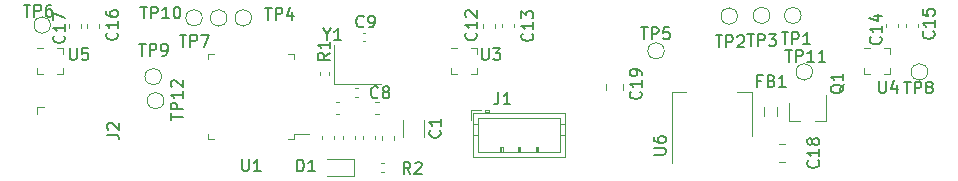
<source format=gbr>
%TF.GenerationSoftware,KiCad,Pcbnew,8.0.1*%
%TF.CreationDate,2024-05-30T20:42:28+03:00*%
%TF.ProjectId,jantteri-hit-detector,6a616e74-7465-4726-992d-6869742d6465,rev?*%
%TF.SameCoordinates,Original*%
%TF.FileFunction,Legend,Top*%
%TF.FilePolarity,Positive*%
%FSLAX46Y46*%
G04 Gerber Fmt 4.6, Leading zero omitted, Abs format (unit mm)*
G04 Created by KiCad (PCBNEW 8.0.1) date 2024-05-30 20:42:28*
%MOMM*%
%LPD*%
G01*
G04 APERTURE LIST*
%ADD10C,0.150000*%
%ADD11C,0.120000*%
G04 APERTURE END LIST*
D10*
X101269580Y-48834866D02*
X101317200Y-48882485D01*
X101317200Y-48882485D02*
X101364819Y-49025342D01*
X101364819Y-49025342D02*
X101364819Y-49120580D01*
X101364819Y-49120580D02*
X101317200Y-49263437D01*
X101317200Y-49263437D02*
X101221961Y-49358675D01*
X101221961Y-49358675D02*
X101126723Y-49406294D01*
X101126723Y-49406294D02*
X100936247Y-49453913D01*
X100936247Y-49453913D02*
X100793390Y-49453913D01*
X100793390Y-49453913D02*
X100602914Y-49406294D01*
X100602914Y-49406294D02*
X100507676Y-49358675D01*
X100507676Y-49358675D02*
X100412438Y-49263437D01*
X100412438Y-49263437D02*
X100364819Y-49120580D01*
X100364819Y-49120580D02*
X100364819Y-49025342D01*
X100364819Y-49025342D02*
X100412438Y-48882485D01*
X100412438Y-48882485D02*
X100460057Y-48834866D01*
X101364819Y-47882485D02*
X101364819Y-48453913D01*
X101364819Y-48168199D02*
X100364819Y-48168199D01*
X100364819Y-48168199D02*
X100507676Y-48263437D01*
X100507676Y-48263437D02*
X100602914Y-48358675D01*
X100602914Y-48358675D02*
X100650533Y-48453913D01*
X96048533Y-46028780D02*
X96000914Y-46076400D01*
X96000914Y-46076400D02*
X95858057Y-46124019D01*
X95858057Y-46124019D02*
X95762819Y-46124019D01*
X95762819Y-46124019D02*
X95619962Y-46076400D01*
X95619962Y-46076400D02*
X95524724Y-45981161D01*
X95524724Y-45981161D02*
X95477105Y-45885923D01*
X95477105Y-45885923D02*
X95429486Y-45695447D01*
X95429486Y-45695447D02*
X95429486Y-45552590D01*
X95429486Y-45552590D02*
X95477105Y-45362114D01*
X95477105Y-45362114D02*
X95524724Y-45266876D01*
X95524724Y-45266876D02*
X95619962Y-45171638D01*
X95619962Y-45171638D02*
X95762819Y-45124019D01*
X95762819Y-45124019D02*
X95858057Y-45124019D01*
X95858057Y-45124019D02*
X96000914Y-45171638D01*
X96000914Y-45171638D02*
X96048533Y-45219257D01*
X96619962Y-45552590D02*
X96524724Y-45504971D01*
X96524724Y-45504971D02*
X96477105Y-45457352D01*
X96477105Y-45457352D02*
X96429486Y-45362114D01*
X96429486Y-45362114D02*
X96429486Y-45314495D01*
X96429486Y-45314495D02*
X96477105Y-45219257D01*
X96477105Y-45219257D02*
X96524724Y-45171638D01*
X96524724Y-45171638D02*
X96619962Y-45124019D01*
X96619962Y-45124019D02*
X96810438Y-45124019D01*
X96810438Y-45124019D02*
X96905676Y-45171638D01*
X96905676Y-45171638D02*
X96953295Y-45219257D01*
X96953295Y-45219257D02*
X97000914Y-45314495D01*
X97000914Y-45314495D02*
X97000914Y-45362114D01*
X97000914Y-45362114D02*
X96953295Y-45457352D01*
X96953295Y-45457352D02*
X96905676Y-45504971D01*
X96905676Y-45504971D02*
X96810438Y-45552590D01*
X96810438Y-45552590D02*
X96619962Y-45552590D01*
X96619962Y-45552590D02*
X96524724Y-45600209D01*
X96524724Y-45600209D02*
X96477105Y-45647828D01*
X96477105Y-45647828D02*
X96429486Y-45743066D01*
X96429486Y-45743066D02*
X96429486Y-45933542D01*
X96429486Y-45933542D02*
X96477105Y-46028780D01*
X96477105Y-46028780D02*
X96524724Y-46076400D01*
X96524724Y-46076400D02*
X96619962Y-46124019D01*
X96619962Y-46124019D02*
X96810438Y-46124019D01*
X96810438Y-46124019D02*
X96905676Y-46076400D01*
X96905676Y-46076400D02*
X96953295Y-46028780D01*
X96953295Y-46028780D02*
X97000914Y-45933542D01*
X97000914Y-45933542D02*
X97000914Y-45743066D01*
X97000914Y-45743066D02*
X96953295Y-45647828D01*
X96953295Y-45647828D02*
X96905676Y-45600209D01*
X96905676Y-45600209D02*
X96810438Y-45552590D01*
X94829333Y-40034380D02*
X94781714Y-40082000D01*
X94781714Y-40082000D02*
X94638857Y-40129619D01*
X94638857Y-40129619D02*
X94543619Y-40129619D01*
X94543619Y-40129619D02*
X94400762Y-40082000D01*
X94400762Y-40082000D02*
X94305524Y-39986761D01*
X94305524Y-39986761D02*
X94257905Y-39891523D01*
X94257905Y-39891523D02*
X94210286Y-39701047D01*
X94210286Y-39701047D02*
X94210286Y-39558190D01*
X94210286Y-39558190D02*
X94257905Y-39367714D01*
X94257905Y-39367714D02*
X94305524Y-39272476D01*
X94305524Y-39272476D02*
X94400762Y-39177238D01*
X94400762Y-39177238D02*
X94543619Y-39129619D01*
X94543619Y-39129619D02*
X94638857Y-39129619D01*
X94638857Y-39129619D02*
X94781714Y-39177238D01*
X94781714Y-39177238D02*
X94829333Y-39224857D01*
X95305524Y-40129619D02*
X95496000Y-40129619D01*
X95496000Y-40129619D02*
X95591238Y-40082000D01*
X95591238Y-40082000D02*
X95638857Y-40034380D01*
X95638857Y-40034380D02*
X95734095Y-39891523D01*
X95734095Y-39891523D02*
X95781714Y-39701047D01*
X95781714Y-39701047D02*
X95781714Y-39320095D01*
X95781714Y-39320095D02*
X95734095Y-39224857D01*
X95734095Y-39224857D02*
X95686476Y-39177238D01*
X95686476Y-39177238D02*
X95591238Y-39129619D01*
X95591238Y-39129619D02*
X95400762Y-39129619D01*
X95400762Y-39129619D02*
X95305524Y-39177238D01*
X95305524Y-39177238D02*
X95257905Y-39224857D01*
X95257905Y-39224857D02*
X95210286Y-39320095D01*
X95210286Y-39320095D02*
X95210286Y-39558190D01*
X95210286Y-39558190D02*
X95257905Y-39653428D01*
X95257905Y-39653428D02*
X95305524Y-39701047D01*
X95305524Y-39701047D02*
X95400762Y-39748666D01*
X95400762Y-39748666D02*
X95591238Y-39748666D01*
X95591238Y-39748666D02*
X95686476Y-39701047D01*
X95686476Y-39701047D02*
X95734095Y-39653428D01*
X95734095Y-39653428D02*
X95781714Y-39558190D01*
X104334480Y-40584357D02*
X104382100Y-40631976D01*
X104382100Y-40631976D02*
X104429719Y-40774833D01*
X104429719Y-40774833D02*
X104429719Y-40870071D01*
X104429719Y-40870071D02*
X104382100Y-41012928D01*
X104382100Y-41012928D02*
X104286861Y-41108166D01*
X104286861Y-41108166D02*
X104191623Y-41155785D01*
X104191623Y-41155785D02*
X104001147Y-41203404D01*
X104001147Y-41203404D02*
X103858290Y-41203404D01*
X103858290Y-41203404D02*
X103667814Y-41155785D01*
X103667814Y-41155785D02*
X103572576Y-41108166D01*
X103572576Y-41108166D02*
X103477338Y-41012928D01*
X103477338Y-41012928D02*
X103429719Y-40870071D01*
X103429719Y-40870071D02*
X103429719Y-40774833D01*
X103429719Y-40774833D02*
X103477338Y-40631976D01*
X103477338Y-40631976D02*
X103524957Y-40584357D01*
X104429719Y-39631976D02*
X104429719Y-40203404D01*
X104429719Y-39917690D02*
X103429719Y-39917690D01*
X103429719Y-39917690D02*
X103572576Y-40012928D01*
X103572576Y-40012928D02*
X103667814Y-40108166D01*
X103667814Y-40108166D02*
X103715433Y-40203404D01*
X103524957Y-39251023D02*
X103477338Y-39203404D01*
X103477338Y-39203404D02*
X103429719Y-39108166D01*
X103429719Y-39108166D02*
X103429719Y-38870071D01*
X103429719Y-38870071D02*
X103477338Y-38774833D01*
X103477338Y-38774833D02*
X103524957Y-38727214D01*
X103524957Y-38727214D02*
X103620195Y-38679595D01*
X103620195Y-38679595D02*
X103715433Y-38679595D01*
X103715433Y-38679595D02*
X103858290Y-38727214D01*
X103858290Y-38727214D02*
X104429719Y-39298642D01*
X104429719Y-39298642D02*
X104429719Y-38679595D01*
X109096980Y-40647857D02*
X109144600Y-40695476D01*
X109144600Y-40695476D02*
X109192219Y-40838333D01*
X109192219Y-40838333D02*
X109192219Y-40933571D01*
X109192219Y-40933571D02*
X109144600Y-41076428D01*
X109144600Y-41076428D02*
X109049361Y-41171666D01*
X109049361Y-41171666D02*
X108954123Y-41219285D01*
X108954123Y-41219285D02*
X108763647Y-41266904D01*
X108763647Y-41266904D02*
X108620790Y-41266904D01*
X108620790Y-41266904D02*
X108430314Y-41219285D01*
X108430314Y-41219285D02*
X108335076Y-41171666D01*
X108335076Y-41171666D02*
X108239838Y-41076428D01*
X108239838Y-41076428D02*
X108192219Y-40933571D01*
X108192219Y-40933571D02*
X108192219Y-40838333D01*
X108192219Y-40838333D02*
X108239838Y-40695476D01*
X108239838Y-40695476D02*
X108287457Y-40647857D01*
X109192219Y-39695476D02*
X109192219Y-40266904D01*
X109192219Y-39981190D02*
X108192219Y-39981190D01*
X108192219Y-39981190D02*
X108335076Y-40076428D01*
X108335076Y-40076428D02*
X108430314Y-40171666D01*
X108430314Y-40171666D02*
X108477933Y-40266904D01*
X108192219Y-39362142D02*
X108192219Y-38743095D01*
X108192219Y-38743095D02*
X108573171Y-39076428D01*
X108573171Y-39076428D02*
X108573171Y-38933571D01*
X108573171Y-38933571D02*
X108620790Y-38838333D01*
X108620790Y-38838333D02*
X108668409Y-38790714D01*
X108668409Y-38790714D02*
X108763647Y-38743095D01*
X108763647Y-38743095D02*
X109001742Y-38743095D01*
X109001742Y-38743095D02*
X109096980Y-38790714D01*
X109096980Y-38790714D02*
X109144600Y-38838333D01*
X109144600Y-38838333D02*
X109192219Y-38933571D01*
X109192219Y-38933571D02*
X109192219Y-39219285D01*
X109192219Y-39219285D02*
X109144600Y-39314523D01*
X109144600Y-39314523D02*
X109096980Y-39362142D01*
X138586380Y-40927257D02*
X138634000Y-40974876D01*
X138634000Y-40974876D02*
X138681619Y-41117733D01*
X138681619Y-41117733D02*
X138681619Y-41212971D01*
X138681619Y-41212971D02*
X138634000Y-41355828D01*
X138634000Y-41355828D02*
X138538761Y-41451066D01*
X138538761Y-41451066D02*
X138443523Y-41498685D01*
X138443523Y-41498685D02*
X138253047Y-41546304D01*
X138253047Y-41546304D02*
X138110190Y-41546304D01*
X138110190Y-41546304D02*
X137919714Y-41498685D01*
X137919714Y-41498685D02*
X137824476Y-41451066D01*
X137824476Y-41451066D02*
X137729238Y-41355828D01*
X137729238Y-41355828D02*
X137681619Y-41212971D01*
X137681619Y-41212971D02*
X137681619Y-41117733D01*
X137681619Y-41117733D02*
X137729238Y-40974876D01*
X137729238Y-40974876D02*
X137776857Y-40927257D01*
X138681619Y-39974876D02*
X138681619Y-40546304D01*
X138681619Y-40260590D02*
X137681619Y-40260590D01*
X137681619Y-40260590D02*
X137824476Y-40355828D01*
X137824476Y-40355828D02*
X137919714Y-40451066D01*
X137919714Y-40451066D02*
X137967333Y-40546304D01*
X138014952Y-39117733D02*
X138681619Y-39117733D01*
X137634000Y-39355828D02*
X138348285Y-39593923D01*
X138348285Y-39593923D02*
X138348285Y-38974876D01*
X143069480Y-40457357D02*
X143117100Y-40504976D01*
X143117100Y-40504976D02*
X143164719Y-40647833D01*
X143164719Y-40647833D02*
X143164719Y-40743071D01*
X143164719Y-40743071D02*
X143117100Y-40885928D01*
X143117100Y-40885928D02*
X143021861Y-40981166D01*
X143021861Y-40981166D02*
X142926623Y-41028785D01*
X142926623Y-41028785D02*
X142736147Y-41076404D01*
X142736147Y-41076404D02*
X142593290Y-41076404D01*
X142593290Y-41076404D02*
X142402814Y-41028785D01*
X142402814Y-41028785D02*
X142307576Y-40981166D01*
X142307576Y-40981166D02*
X142212338Y-40885928D01*
X142212338Y-40885928D02*
X142164719Y-40743071D01*
X142164719Y-40743071D02*
X142164719Y-40647833D01*
X142164719Y-40647833D02*
X142212338Y-40504976D01*
X142212338Y-40504976D02*
X142259957Y-40457357D01*
X143164719Y-39504976D02*
X143164719Y-40076404D01*
X143164719Y-39790690D02*
X142164719Y-39790690D01*
X142164719Y-39790690D02*
X142307576Y-39885928D01*
X142307576Y-39885928D02*
X142402814Y-39981166D01*
X142402814Y-39981166D02*
X142450433Y-40076404D01*
X142164719Y-38600214D02*
X142164719Y-39076404D01*
X142164719Y-39076404D02*
X142640909Y-39124023D01*
X142640909Y-39124023D02*
X142593290Y-39076404D01*
X142593290Y-39076404D02*
X142545671Y-38981166D01*
X142545671Y-38981166D02*
X142545671Y-38743071D01*
X142545671Y-38743071D02*
X142593290Y-38647833D01*
X142593290Y-38647833D02*
X142640909Y-38600214D01*
X142640909Y-38600214D02*
X142736147Y-38552595D01*
X142736147Y-38552595D02*
X142974242Y-38552595D01*
X142974242Y-38552595D02*
X143069480Y-38600214D01*
X143069480Y-38600214D02*
X143117100Y-38647833D01*
X143117100Y-38647833D02*
X143164719Y-38743071D01*
X143164719Y-38743071D02*
X143164719Y-38981166D01*
X143164719Y-38981166D02*
X143117100Y-39076404D01*
X143117100Y-39076404D02*
X143069480Y-39124023D01*
X73917980Y-40571657D02*
X73965600Y-40619276D01*
X73965600Y-40619276D02*
X74013219Y-40762133D01*
X74013219Y-40762133D02*
X74013219Y-40857371D01*
X74013219Y-40857371D02*
X73965600Y-41000228D01*
X73965600Y-41000228D02*
X73870361Y-41095466D01*
X73870361Y-41095466D02*
X73775123Y-41143085D01*
X73775123Y-41143085D02*
X73584647Y-41190704D01*
X73584647Y-41190704D02*
X73441790Y-41190704D01*
X73441790Y-41190704D02*
X73251314Y-41143085D01*
X73251314Y-41143085D02*
X73156076Y-41095466D01*
X73156076Y-41095466D02*
X73060838Y-41000228D01*
X73060838Y-41000228D02*
X73013219Y-40857371D01*
X73013219Y-40857371D02*
X73013219Y-40762133D01*
X73013219Y-40762133D02*
X73060838Y-40619276D01*
X73060838Y-40619276D02*
X73108457Y-40571657D01*
X74013219Y-39619276D02*
X74013219Y-40190704D01*
X74013219Y-39904990D02*
X73013219Y-39904990D01*
X73013219Y-39904990D02*
X73156076Y-40000228D01*
X73156076Y-40000228D02*
X73251314Y-40095466D01*
X73251314Y-40095466D02*
X73298933Y-40190704D01*
X73013219Y-38762133D02*
X73013219Y-38952609D01*
X73013219Y-38952609D02*
X73060838Y-39047847D01*
X73060838Y-39047847D02*
X73108457Y-39095466D01*
X73108457Y-39095466D02*
X73251314Y-39190704D01*
X73251314Y-39190704D02*
X73441790Y-39238323D01*
X73441790Y-39238323D02*
X73822742Y-39238323D01*
X73822742Y-39238323D02*
X73917980Y-39190704D01*
X73917980Y-39190704D02*
X73965600Y-39143085D01*
X73965600Y-39143085D02*
X74013219Y-39047847D01*
X74013219Y-39047847D02*
X74013219Y-38857371D01*
X74013219Y-38857371D02*
X73965600Y-38762133D01*
X73965600Y-38762133D02*
X73917980Y-38714514D01*
X73917980Y-38714514D02*
X73822742Y-38666895D01*
X73822742Y-38666895D02*
X73584647Y-38666895D01*
X73584647Y-38666895D02*
X73489409Y-38714514D01*
X73489409Y-38714514D02*
X73441790Y-38762133D01*
X73441790Y-38762133D02*
X73394171Y-38857371D01*
X73394171Y-38857371D02*
X73394171Y-39047847D01*
X73394171Y-39047847D02*
X73441790Y-39143085D01*
X73441790Y-39143085D02*
X73489409Y-39190704D01*
X73489409Y-39190704D02*
X73584647Y-39238323D01*
X69447580Y-40825657D02*
X69495200Y-40873276D01*
X69495200Y-40873276D02*
X69542819Y-41016133D01*
X69542819Y-41016133D02*
X69542819Y-41111371D01*
X69542819Y-41111371D02*
X69495200Y-41254228D01*
X69495200Y-41254228D02*
X69399961Y-41349466D01*
X69399961Y-41349466D02*
X69304723Y-41397085D01*
X69304723Y-41397085D02*
X69114247Y-41444704D01*
X69114247Y-41444704D02*
X68971390Y-41444704D01*
X68971390Y-41444704D02*
X68780914Y-41397085D01*
X68780914Y-41397085D02*
X68685676Y-41349466D01*
X68685676Y-41349466D02*
X68590438Y-41254228D01*
X68590438Y-41254228D02*
X68542819Y-41111371D01*
X68542819Y-41111371D02*
X68542819Y-41016133D01*
X68542819Y-41016133D02*
X68590438Y-40873276D01*
X68590438Y-40873276D02*
X68638057Y-40825657D01*
X69542819Y-39873276D02*
X69542819Y-40444704D01*
X69542819Y-40158990D02*
X68542819Y-40158990D01*
X68542819Y-40158990D02*
X68685676Y-40254228D01*
X68685676Y-40254228D02*
X68780914Y-40349466D01*
X68780914Y-40349466D02*
X68828533Y-40444704D01*
X68542819Y-39539942D02*
X68542819Y-38873276D01*
X68542819Y-38873276D02*
X69542819Y-39301847D01*
X133303180Y-51392057D02*
X133350800Y-51439676D01*
X133350800Y-51439676D02*
X133398419Y-51582533D01*
X133398419Y-51582533D02*
X133398419Y-51677771D01*
X133398419Y-51677771D02*
X133350800Y-51820628D01*
X133350800Y-51820628D02*
X133255561Y-51915866D01*
X133255561Y-51915866D02*
X133160323Y-51963485D01*
X133160323Y-51963485D02*
X132969847Y-52011104D01*
X132969847Y-52011104D02*
X132826990Y-52011104D01*
X132826990Y-52011104D02*
X132636514Y-51963485D01*
X132636514Y-51963485D02*
X132541276Y-51915866D01*
X132541276Y-51915866D02*
X132446038Y-51820628D01*
X132446038Y-51820628D02*
X132398419Y-51677771D01*
X132398419Y-51677771D02*
X132398419Y-51582533D01*
X132398419Y-51582533D02*
X132446038Y-51439676D01*
X132446038Y-51439676D02*
X132493657Y-51392057D01*
X133398419Y-50439676D02*
X133398419Y-51011104D01*
X133398419Y-50725390D02*
X132398419Y-50725390D01*
X132398419Y-50725390D02*
X132541276Y-50820628D01*
X132541276Y-50820628D02*
X132636514Y-50915866D01*
X132636514Y-50915866D02*
X132684133Y-51011104D01*
X132826990Y-49868247D02*
X132779371Y-49963485D01*
X132779371Y-49963485D02*
X132731752Y-50011104D01*
X132731752Y-50011104D02*
X132636514Y-50058723D01*
X132636514Y-50058723D02*
X132588895Y-50058723D01*
X132588895Y-50058723D02*
X132493657Y-50011104D01*
X132493657Y-50011104D02*
X132446038Y-49963485D01*
X132446038Y-49963485D02*
X132398419Y-49868247D01*
X132398419Y-49868247D02*
X132398419Y-49677771D01*
X132398419Y-49677771D02*
X132446038Y-49582533D01*
X132446038Y-49582533D02*
X132493657Y-49534914D01*
X132493657Y-49534914D02*
X132588895Y-49487295D01*
X132588895Y-49487295D02*
X132636514Y-49487295D01*
X132636514Y-49487295D02*
X132731752Y-49534914D01*
X132731752Y-49534914D02*
X132779371Y-49582533D01*
X132779371Y-49582533D02*
X132826990Y-49677771D01*
X132826990Y-49677771D02*
X132826990Y-49868247D01*
X132826990Y-49868247D02*
X132874609Y-49963485D01*
X132874609Y-49963485D02*
X132922228Y-50011104D01*
X132922228Y-50011104D02*
X133017466Y-50058723D01*
X133017466Y-50058723D02*
X133207942Y-50058723D01*
X133207942Y-50058723D02*
X133303180Y-50011104D01*
X133303180Y-50011104D02*
X133350800Y-49963485D01*
X133350800Y-49963485D02*
X133398419Y-49868247D01*
X133398419Y-49868247D02*
X133398419Y-49677771D01*
X133398419Y-49677771D02*
X133350800Y-49582533D01*
X133350800Y-49582533D02*
X133303180Y-49534914D01*
X133303180Y-49534914D02*
X133207942Y-49487295D01*
X133207942Y-49487295D02*
X133017466Y-49487295D01*
X133017466Y-49487295D02*
X132922228Y-49534914D01*
X132922228Y-49534914D02*
X132874609Y-49582533D01*
X132874609Y-49582533D02*
X132826990Y-49677771D01*
X118266380Y-45570457D02*
X118314000Y-45618076D01*
X118314000Y-45618076D02*
X118361619Y-45760933D01*
X118361619Y-45760933D02*
X118361619Y-45856171D01*
X118361619Y-45856171D02*
X118314000Y-45999028D01*
X118314000Y-45999028D02*
X118218761Y-46094266D01*
X118218761Y-46094266D02*
X118123523Y-46141885D01*
X118123523Y-46141885D02*
X117933047Y-46189504D01*
X117933047Y-46189504D02*
X117790190Y-46189504D01*
X117790190Y-46189504D02*
X117599714Y-46141885D01*
X117599714Y-46141885D02*
X117504476Y-46094266D01*
X117504476Y-46094266D02*
X117409238Y-45999028D01*
X117409238Y-45999028D02*
X117361619Y-45856171D01*
X117361619Y-45856171D02*
X117361619Y-45760933D01*
X117361619Y-45760933D02*
X117409238Y-45618076D01*
X117409238Y-45618076D02*
X117456857Y-45570457D01*
X118361619Y-44618076D02*
X118361619Y-45189504D01*
X118361619Y-44903790D02*
X117361619Y-44903790D01*
X117361619Y-44903790D02*
X117504476Y-44999028D01*
X117504476Y-44999028D02*
X117599714Y-45094266D01*
X117599714Y-45094266D02*
X117647333Y-45189504D01*
X118361619Y-44141885D02*
X118361619Y-43951409D01*
X118361619Y-43951409D02*
X118314000Y-43856171D01*
X118314000Y-43856171D02*
X118266380Y-43808552D01*
X118266380Y-43808552D02*
X118123523Y-43713314D01*
X118123523Y-43713314D02*
X117933047Y-43665695D01*
X117933047Y-43665695D02*
X117552095Y-43665695D01*
X117552095Y-43665695D02*
X117456857Y-43713314D01*
X117456857Y-43713314D02*
X117409238Y-43760933D01*
X117409238Y-43760933D02*
X117361619Y-43856171D01*
X117361619Y-43856171D02*
X117361619Y-44046647D01*
X117361619Y-44046647D02*
X117409238Y-44141885D01*
X117409238Y-44141885D02*
X117456857Y-44189504D01*
X117456857Y-44189504D02*
X117552095Y-44237123D01*
X117552095Y-44237123D02*
X117790190Y-44237123D01*
X117790190Y-44237123D02*
X117885428Y-44189504D01*
X117885428Y-44189504D02*
X117933047Y-44141885D01*
X117933047Y-44141885D02*
X117980666Y-44046647D01*
X117980666Y-44046647D02*
X117980666Y-43856171D01*
X117980666Y-43856171D02*
X117933047Y-43760933D01*
X117933047Y-43760933D02*
X117885428Y-43713314D01*
X117885428Y-43713314D02*
X117790190Y-43665695D01*
X89203205Y-52321619D02*
X89203205Y-51321619D01*
X89203205Y-51321619D02*
X89441300Y-51321619D01*
X89441300Y-51321619D02*
X89584157Y-51369238D01*
X89584157Y-51369238D02*
X89679395Y-51464476D01*
X89679395Y-51464476D02*
X89727014Y-51559714D01*
X89727014Y-51559714D02*
X89774633Y-51750190D01*
X89774633Y-51750190D02*
X89774633Y-51893047D01*
X89774633Y-51893047D02*
X89727014Y-52083523D01*
X89727014Y-52083523D02*
X89679395Y-52178761D01*
X89679395Y-52178761D02*
X89584157Y-52274000D01*
X89584157Y-52274000D02*
X89441300Y-52321619D01*
X89441300Y-52321619D02*
X89203205Y-52321619D01*
X90727014Y-52321619D02*
X90155586Y-52321619D01*
X90441300Y-52321619D02*
X90441300Y-51321619D01*
X90441300Y-51321619D02*
X90346062Y-51464476D01*
X90346062Y-51464476D02*
X90250824Y-51559714D01*
X90250824Y-51559714D02*
X90155586Y-51607333D01*
X128503466Y-44635009D02*
X128170133Y-44635009D01*
X128170133Y-45158819D02*
X128170133Y-44158819D01*
X128170133Y-44158819D02*
X128646323Y-44158819D01*
X129360609Y-44635009D02*
X129503466Y-44682628D01*
X129503466Y-44682628D02*
X129551085Y-44730247D01*
X129551085Y-44730247D02*
X129598704Y-44825485D01*
X129598704Y-44825485D02*
X129598704Y-44968342D01*
X129598704Y-44968342D02*
X129551085Y-45063580D01*
X129551085Y-45063580D02*
X129503466Y-45111200D01*
X129503466Y-45111200D02*
X129408228Y-45158819D01*
X129408228Y-45158819D02*
X129027276Y-45158819D01*
X129027276Y-45158819D02*
X129027276Y-44158819D01*
X129027276Y-44158819D02*
X129360609Y-44158819D01*
X129360609Y-44158819D02*
X129455847Y-44206438D01*
X129455847Y-44206438D02*
X129503466Y-44254057D01*
X129503466Y-44254057D02*
X129551085Y-44349295D01*
X129551085Y-44349295D02*
X129551085Y-44444533D01*
X129551085Y-44444533D02*
X129503466Y-44539771D01*
X129503466Y-44539771D02*
X129455847Y-44587390D01*
X129455847Y-44587390D02*
X129360609Y-44635009D01*
X129360609Y-44635009D02*
X129027276Y-44635009D01*
X130551085Y-45158819D02*
X129979657Y-45158819D01*
X130265371Y-45158819D02*
X130265371Y-44158819D01*
X130265371Y-44158819D02*
X130170133Y-44301676D01*
X130170133Y-44301676D02*
X130074895Y-44396914D01*
X130074895Y-44396914D02*
X129979657Y-44444533D01*
X106245066Y-45632019D02*
X106245066Y-46346304D01*
X106245066Y-46346304D02*
X106197447Y-46489161D01*
X106197447Y-46489161D02*
X106102209Y-46584400D01*
X106102209Y-46584400D02*
X105959352Y-46632019D01*
X105959352Y-46632019D02*
X105864114Y-46632019D01*
X107245066Y-46632019D02*
X106673638Y-46632019D01*
X106959352Y-46632019D02*
X106959352Y-45632019D01*
X106959352Y-45632019D02*
X106864114Y-45774876D01*
X106864114Y-45774876D02*
X106768876Y-45870114D01*
X106768876Y-45870114D02*
X106673638Y-45917733D01*
X73114819Y-49202933D02*
X73829104Y-49202933D01*
X73829104Y-49202933D02*
X73971961Y-49250552D01*
X73971961Y-49250552D02*
X74067200Y-49345790D01*
X74067200Y-49345790D02*
X74114819Y-49488647D01*
X74114819Y-49488647D02*
X74114819Y-49583885D01*
X73210057Y-48774361D02*
X73162438Y-48726742D01*
X73162438Y-48726742D02*
X73114819Y-48631504D01*
X73114819Y-48631504D02*
X73114819Y-48393409D01*
X73114819Y-48393409D02*
X73162438Y-48298171D01*
X73162438Y-48298171D02*
X73210057Y-48250552D01*
X73210057Y-48250552D02*
X73305295Y-48202933D01*
X73305295Y-48202933D02*
X73400533Y-48202933D01*
X73400533Y-48202933D02*
X73543390Y-48250552D01*
X73543390Y-48250552D02*
X74114819Y-48821980D01*
X74114819Y-48821980D02*
X74114819Y-48202933D01*
X91945619Y-42279866D02*
X91469428Y-42613199D01*
X91945619Y-42851294D02*
X90945619Y-42851294D01*
X90945619Y-42851294D02*
X90945619Y-42470342D01*
X90945619Y-42470342D02*
X90993238Y-42375104D01*
X90993238Y-42375104D02*
X91040857Y-42327485D01*
X91040857Y-42327485D02*
X91136095Y-42279866D01*
X91136095Y-42279866D02*
X91278952Y-42279866D01*
X91278952Y-42279866D02*
X91374190Y-42327485D01*
X91374190Y-42327485D02*
X91421809Y-42375104D01*
X91421809Y-42375104D02*
X91469428Y-42470342D01*
X91469428Y-42470342D02*
X91469428Y-42851294D01*
X91945619Y-41327485D02*
X91945619Y-41898913D01*
X91945619Y-41613199D02*
X90945619Y-41613199D01*
X90945619Y-41613199D02*
X91088476Y-41708437D01*
X91088476Y-41708437D02*
X91183714Y-41803675D01*
X91183714Y-41803675D02*
X91231333Y-41898913D01*
X98791733Y-52524819D02*
X98458400Y-52048628D01*
X98220305Y-52524819D02*
X98220305Y-51524819D01*
X98220305Y-51524819D02*
X98601257Y-51524819D01*
X98601257Y-51524819D02*
X98696495Y-51572438D01*
X98696495Y-51572438D02*
X98744114Y-51620057D01*
X98744114Y-51620057D02*
X98791733Y-51715295D01*
X98791733Y-51715295D02*
X98791733Y-51858152D01*
X98791733Y-51858152D02*
X98744114Y-51953390D01*
X98744114Y-51953390D02*
X98696495Y-52001009D01*
X98696495Y-52001009D02*
X98601257Y-52048628D01*
X98601257Y-52048628D02*
X98220305Y-52048628D01*
X99172686Y-51620057D02*
X99220305Y-51572438D01*
X99220305Y-51572438D02*
X99315543Y-51524819D01*
X99315543Y-51524819D02*
X99553638Y-51524819D01*
X99553638Y-51524819D02*
X99648876Y-51572438D01*
X99648876Y-51572438D02*
X99696495Y-51620057D01*
X99696495Y-51620057D02*
X99744114Y-51715295D01*
X99744114Y-51715295D02*
X99744114Y-51810533D01*
X99744114Y-51810533D02*
X99696495Y-51953390D01*
X99696495Y-51953390D02*
X99125067Y-52524819D01*
X99125067Y-52524819D02*
X99744114Y-52524819D01*
X84531295Y-51278819D02*
X84531295Y-52088342D01*
X84531295Y-52088342D02*
X84578914Y-52183580D01*
X84578914Y-52183580D02*
X84626533Y-52231200D01*
X84626533Y-52231200D02*
X84721771Y-52278819D01*
X84721771Y-52278819D02*
X84912247Y-52278819D01*
X84912247Y-52278819D02*
X85007485Y-52231200D01*
X85007485Y-52231200D02*
X85055104Y-52183580D01*
X85055104Y-52183580D02*
X85102723Y-52088342D01*
X85102723Y-52088342D02*
X85102723Y-51278819D01*
X86102723Y-52278819D02*
X85531295Y-52278819D01*
X85817009Y-52278819D02*
X85817009Y-51278819D01*
X85817009Y-51278819D02*
X85721771Y-51421676D01*
X85721771Y-51421676D02*
X85626533Y-51516914D01*
X85626533Y-51516914D02*
X85531295Y-51564533D01*
X104838595Y-41872819D02*
X104838595Y-42682342D01*
X104838595Y-42682342D02*
X104886214Y-42777580D01*
X104886214Y-42777580D02*
X104933833Y-42825200D01*
X104933833Y-42825200D02*
X105029071Y-42872819D01*
X105029071Y-42872819D02*
X105219547Y-42872819D01*
X105219547Y-42872819D02*
X105314785Y-42825200D01*
X105314785Y-42825200D02*
X105362404Y-42777580D01*
X105362404Y-42777580D02*
X105410023Y-42682342D01*
X105410023Y-42682342D02*
X105410023Y-41872819D01*
X105790976Y-41872819D02*
X106410023Y-41872819D01*
X106410023Y-41872819D02*
X106076690Y-42253771D01*
X106076690Y-42253771D02*
X106219547Y-42253771D01*
X106219547Y-42253771D02*
X106314785Y-42301390D01*
X106314785Y-42301390D02*
X106362404Y-42349009D01*
X106362404Y-42349009D02*
X106410023Y-42444247D01*
X106410023Y-42444247D02*
X106410023Y-42682342D01*
X106410023Y-42682342D02*
X106362404Y-42777580D01*
X106362404Y-42777580D02*
X106314785Y-42825200D01*
X106314785Y-42825200D02*
X106219547Y-42872819D01*
X106219547Y-42872819D02*
X105933833Y-42872819D01*
X105933833Y-42872819D02*
X105838595Y-42825200D01*
X105838595Y-42825200D02*
X105790976Y-42777580D01*
X138480895Y-44666819D02*
X138480895Y-45476342D01*
X138480895Y-45476342D02*
X138528514Y-45571580D01*
X138528514Y-45571580D02*
X138576133Y-45619200D01*
X138576133Y-45619200D02*
X138671371Y-45666819D01*
X138671371Y-45666819D02*
X138861847Y-45666819D01*
X138861847Y-45666819D02*
X138957085Y-45619200D01*
X138957085Y-45619200D02*
X139004704Y-45571580D01*
X139004704Y-45571580D02*
X139052323Y-45476342D01*
X139052323Y-45476342D02*
X139052323Y-44666819D01*
X139957085Y-45000152D02*
X139957085Y-45666819D01*
X139718990Y-44619200D02*
X139480895Y-45333485D01*
X139480895Y-45333485D02*
X140099942Y-45333485D01*
X69951695Y-41872819D02*
X69951695Y-42682342D01*
X69951695Y-42682342D02*
X69999314Y-42777580D01*
X69999314Y-42777580D02*
X70046933Y-42825200D01*
X70046933Y-42825200D02*
X70142171Y-42872819D01*
X70142171Y-42872819D02*
X70332647Y-42872819D01*
X70332647Y-42872819D02*
X70427885Y-42825200D01*
X70427885Y-42825200D02*
X70475504Y-42777580D01*
X70475504Y-42777580D02*
X70523123Y-42682342D01*
X70523123Y-42682342D02*
X70523123Y-41872819D01*
X71475504Y-41872819D02*
X70999314Y-41872819D01*
X70999314Y-41872819D02*
X70951695Y-42349009D01*
X70951695Y-42349009D02*
X70999314Y-42301390D01*
X70999314Y-42301390D02*
X71094552Y-42253771D01*
X71094552Y-42253771D02*
X71332647Y-42253771D01*
X71332647Y-42253771D02*
X71427885Y-42301390D01*
X71427885Y-42301390D02*
X71475504Y-42349009D01*
X71475504Y-42349009D02*
X71523123Y-42444247D01*
X71523123Y-42444247D02*
X71523123Y-42682342D01*
X71523123Y-42682342D02*
X71475504Y-42777580D01*
X71475504Y-42777580D02*
X71427885Y-42825200D01*
X71427885Y-42825200D02*
X71332647Y-42872819D01*
X71332647Y-42872819D02*
X71094552Y-42872819D01*
X71094552Y-42872819D02*
X70999314Y-42825200D01*
X70999314Y-42825200D02*
X70951695Y-42777580D01*
X119393619Y-50901504D02*
X120203142Y-50901504D01*
X120203142Y-50901504D02*
X120298380Y-50853885D01*
X120298380Y-50853885D02*
X120346000Y-50806266D01*
X120346000Y-50806266D02*
X120393619Y-50711028D01*
X120393619Y-50711028D02*
X120393619Y-50520552D01*
X120393619Y-50520552D02*
X120346000Y-50425314D01*
X120346000Y-50425314D02*
X120298380Y-50377695D01*
X120298380Y-50377695D02*
X120203142Y-50330076D01*
X120203142Y-50330076D02*
X119393619Y-50330076D01*
X119393619Y-49425314D02*
X119393619Y-49615790D01*
X119393619Y-49615790D02*
X119441238Y-49711028D01*
X119441238Y-49711028D02*
X119488857Y-49758647D01*
X119488857Y-49758647D02*
X119631714Y-49853885D01*
X119631714Y-49853885D02*
X119822190Y-49901504D01*
X119822190Y-49901504D02*
X120203142Y-49901504D01*
X120203142Y-49901504D02*
X120298380Y-49853885D01*
X120298380Y-49853885D02*
X120346000Y-49806266D01*
X120346000Y-49806266D02*
X120393619Y-49711028D01*
X120393619Y-49711028D02*
X120393619Y-49520552D01*
X120393619Y-49520552D02*
X120346000Y-49425314D01*
X120346000Y-49425314D02*
X120298380Y-49377695D01*
X120298380Y-49377695D02*
X120203142Y-49330076D01*
X120203142Y-49330076D02*
X119965047Y-49330076D01*
X119965047Y-49330076D02*
X119869809Y-49377695D01*
X119869809Y-49377695D02*
X119822190Y-49425314D01*
X119822190Y-49425314D02*
X119774571Y-49520552D01*
X119774571Y-49520552D02*
X119774571Y-49711028D01*
X119774571Y-49711028D02*
X119822190Y-49806266D01*
X119822190Y-49806266D02*
X119869809Y-49853885D01*
X119869809Y-49853885D02*
X119965047Y-49901504D01*
X91725809Y-40720228D02*
X91725809Y-41196419D01*
X91392476Y-40196419D02*
X91725809Y-40720228D01*
X91725809Y-40720228D02*
X92059142Y-40196419D01*
X92916285Y-41196419D02*
X92344857Y-41196419D01*
X92630571Y-41196419D02*
X92630571Y-40196419D01*
X92630571Y-40196419D02*
X92535333Y-40339276D01*
X92535333Y-40339276D02*
X92440095Y-40434514D01*
X92440095Y-40434514D02*
X92344857Y-40482133D01*
X130208495Y-40552019D02*
X130779923Y-40552019D01*
X130494209Y-41552019D02*
X130494209Y-40552019D01*
X131113257Y-41552019D02*
X131113257Y-40552019D01*
X131113257Y-40552019D02*
X131494209Y-40552019D01*
X131494209Y-40552019D02*
X131589447Y-40599638D01*
X131589447Y-40599638D02*
X131637066Y-40647257D01*
X131637066Y-40647257D02*
X131684685Y-40742495D01*
X131684685Y-40742495D02*
X131684685Y-40885352D01*
X131684685Y-40885352D02*
X131637066Y-40980590D01*
X131637066Y-40980590D02*
X131589447Y-41028209D01*
X131589447Y-41028209D02*
X131494209Y-41075828D01*
X131494209Y-41075828D02*
X131113257Y-41075828D01*
X132637066Y-41552019D02*
X132065638Y-41552019D01*
X132351352Y-41552019D02*
X132351352Y-40552019D01*
X132351352Y-40552019D02*
X132256114Y-40694876D01*
X132256114Y-40694876D02*
X132160876Y-40790114D01*
X132160876Y-40790114D02*
X132065638Y-40837733D01*
X124620495Y-40806019D02*
X125191923Y-40806019D01*
X124906209Y-41806019D02*
X124906209Y-40806019D01*
X125525257Y-41806019D02*
X125525257Y-40806019D01*
X125525257Y-40806019D02*
X125906209Y-40806019D01*
X125906209Y-40806019D02*
X126001447Y-40853638D01*
X126001447Y-40853638D02*
X126049066Y-40901257D01*
X126049066Y-40901257D02*
X126096685Y-40996495D01*
X126096685Y-40996495D02*
X126096685Y-41139352D01*
X126096685Y-41139352D02*
X126049066Y-41234590D01*
X126049066Y-41234590D02*
X126001447Y-41282209D01*
X126001447Y-41282209D02*
X125906209Y-41329828D01*
X125906209Y-41329828D02*
X125525257Y-41329828D01*
X126477638Y-40901257D02*
X126525257Y-40853638D01*
X126525257Y-40853638D02*
X126620495Y-40806019D01*
X126620495Y-40806019D02*
X126858590Y-40806019D01*
X126858590Y-40806019D02*
X126953828Y-40853638D01*
X126953828Y-40853638D02*
X127001447Y-40901257D01*
X127001447Y-40901257D02*
X127049066Y-40996495D01*
X127049066Y-40996495D02*
X127049066Y-41091733D01*
X127049066Y-41091733D02*
X127001447Y-41234590D01*
X127001447Y-41234590D02*
X126430019Y-41806019D01*
X126430019Y-41806019D02*
X127049066Y-41806019D01*
X127312895Y-40704419D02*
X127884323Y-40704419D01*
X127598609Y-41704419D02*
X127598609Y-40704419D01*
X128217657Y-41704419D02*
X128217657Y-40704419D01*
X128217657Y-40704419D02*
X128598609Y-40704419D01*
X128598609Y-40704419D02*
X128693847Y-40752038D01*
X128693847Y-40752038D02*
X128741466Y-40799657D01*
X128741466Y-40799657D02*
X128789085Y-40894895D01*
X128789085Y-40894895D02*
X128789085Y-41037752D01*
X128789085Y-41037752D02*
X128741466Y-41132990D01*
X128741466Y-41132990D02*
X128693847Y-41180609D01*
X128693847Y-41180609D02*
X128598609Y-41228228D01*
X128598609Y-41228228D02*
X128217657Y-41228228D01*
X129122419Y-40704419D02*
X129741466Y-40704419D01*
X129741466Y-40704419D02*
X129408133Y-41085371D01*
X129408133Y-41085371D02*
X129550990Y-41085371D01*
X129550990Y-41085371D02*
X129646228Y-41132990D01*
X129646228Y-41132990D02*
X129693847Y-41180609D01*
X129693847Y-41180609D02*
X129741466Y-41275847D01*
X129741466Y-41275847D02*
X129741466Y-41513942D01*
X129741466Y-41513942D02*
X129693847Y-41609180D01*
X129693847Y-41609180D02*
X129646228Y-41656800D01*
X129646228Y-41656800D02*
X129550990Y-41704419D01*
X129550990Y-41704419D02*
X129265276Y-41704419D01*
X129265276Y-41704419D02*
X129170038Y-41656800D01*
X129170038Y-41656800D02*
X129122419Y-41609180D01*
X86469695Y-38469219D02*
X87041123Y-38469219D01*
X86755409Y-39469219D02*
X86755409Y-38469219D01*
X87374457Y-39469219D02*
X87374457Y-38469219D01*
X87374457Y-38469219D02*
X87755409Y-38469219D01*
X87755409Y-38469219D02*
X87850647Y-38516838D01*
X87850647Y-38516838D02*
X87898266Y-38564457D01*
X87898266Y-38564457D02*
X87945885Y-38659695D01*
X87945885Y-38659695D02*
X87945885Y-38802552D01*
X87945885Y-38802552D02*
X87898266Y-38897790D01*
X87898266Y-38897790D02*
X87850647Y-38945409D01*
X87850647Y-38945409D02*
X87755409Y-38993028D01*
X87755409Y-38993028D02*
X87374457Y-38993028D01*
X88803028Y-38802552D02*
X88803028Y-39469219D01*
X88564933Y-38421600D02*
X88326838Y-39135885D01*
X88326838Y-39135885D02*
X88945885Y-39135885D01*
X118321295Y-40120019D02*
X118892723Y-40120019D01*
X118607009Y-41120019D02*
X118607009Y-40120019D01*
X119226057Y-41120019D02*
X119226057Y-40120019D01*
X119226057Y-40120019D02*
X119607009Y-40120019D01*
X119607009Y-40120019D02*
X119702247Y-40167638D01*
X119702247Y-40167638D02*
X119749866Y-40215257D01*
X119749866Y-40215257D02*
X119797485Y-40310495D01*
X119797485Y-40310495D02*
X119797485Y-40453352D01*
X119797485Y-40453352D02*
X119749866Y-40548590D01*
X119749866Y-40548590D02*
X119702247Y-40596209D01*
X119702247Y-40596209D02*
X119607009Y-40643828D01*
X119607009Y-40643828D02*
X119226057Y-40643828D01*
X120702247Y-40120019D02*
X120226057Y-40120019D01*
X120226057Y-40120019D02*
X120178438Y-40596209D01*
X120178438Y-40596209D02*
X120226057Y-40548590D01*
X120226057Y-40548590D02*
X120321295Y-40500971D01*
X120321295Y-40500971D02*
X120559390Y-40500971D01*
X120559390Y-40500971D02*
X120654628Y-40548590D01*
X120654628Y-40548590D02*
X120702247Y-40596209D01*
X120702247Y-40596209D02*
X120749866Y-40691447D01*
X120749866Y-40691447D02*
X120749866Y-40929542D01*
X120749866Y-40929542D02*
X120702247Y-41024780D01*
X120702247Y-41024780D02*
X120654628Y-41072400D01*
X120654628Y-41072400D02*
X120559390Y-41120019D01*
X120559390Y-41120019D02*
X120321295Y-41120019D01*
X120321295Y-41120019D02*
X120226057Y-41072400D01*
X120226057Y-41072400D02*
X120178438Y-41024780D01*
X66048095Y-38215219D02*
X66619523Y-38215219D01*
X66333809Y-39215219D02*
X66333809Y-38215219D01*
X66952857Y-39215219D02*
X66952857Y-38215219D01*
X66952857Y-38215219D02*
X67333809Y-38215219D01*
X67333809Y-38215219D02*
X67429047Y-38262838D01*
X67429047Y-38262838D02*
X67476666Y-38310457D01*
X67476666Y-38310457D02*
X67524285Y-38405695D01*
X67524285Y-38405695D02*
X67524285Y-38548552D01*
X67524285Y-38548552D02*
X67476666Y-38643790D01*
X67476666Y-38643790D02*
X67429047Y-38691409D01*
X67429047Y-38691409D02*
X67333809Y-38739028D01*
X67333809Y-38739028D02*
X66952857Y-38739028D01*
X68381428Y-38215219D02*
X68190952Y-38215219D01*
X68190952Y-38215219D02*
X68095714Y-38262838D01*
X68095714Y-38262838D02*
X68048095Y-38310457D01*
X68048095Y-38310457D02*
X67952857Y-38453314D01*
X67952857Y-38453314D02*
X67905238Y-38643790D01*
X67905238Y-38643790D02*
X67905238Y-39024742D01*
X67905238Y-39024742D02*
X67952857Y-39119980D01*
X67952857Y-39119980D02*
X68000476Y-39167600D01*
X68000476Y-39167600D02*
X68095714Y-39215219D01*
X68095714Y-39215219D02*
X68286190Y-39215219D01*
X68286190Y-39215219D02*
X68381428Y-39167600D01*
X68381428Y-39167600D02*
X68429047Y-39119980D01*
X68429047Y-39119980D02*
X68476666Y-39024742D01*
X68476666Y-39024742D02*
X68476666Y-38786647D01*
X68476666Y-38786647D02*
X68429047Y-38691409D01*
X68429047Y-38691409D02*
X68381428Y-38643790D01*
X68381428Y-38643790D02*
X68286190Y-38596171D01*
X68286190Y-38596171D02*
X68095714Y-38596171D01*
X68095714Y-38596171D02*
X68000476Y-38643790D01*
X68000476Y-38643790D02*
X67952857Y-38691409D01*
X67952857Y-38691409D02*
X67905238Y-38786647D01*
X79256095Y-40755219D02*
X79827523Y-40755219D01*
X79541809Y-41755219D02*
X79541809Y-40755219D01*
X80160857Y-41755219D02*
X80160857Y-40755219D01*
X80160857Y-40755219D02*
X80541809Y-40755219D01*
X80541809Y-40755219D02*
X80637047Y-40802838D01*
X80637047Y-40802838D02*
X80684666Y-40850457D01*
X80684666Y-40850457D02*
X80732285Y-40945695D01*
X80732285Y-40945695D02*
X80732285Y-41088552D01*
X80732285Y-41088552D02*
X80684666Y-41183790D01*
X80684666Y-41183790D02*
X80637047Y-41231409D01*
X80637047Y-41231409D02*
X80541809Y-41279028D01*
X80541809Y-41279028D02*
X80160857Y-41279028D01*
X81065619Y-40755219D02*
X81732285Y-40755219D01*
X81732285Y-40755219D02*
X81303714Y-41755219D01*
X140571695Y-44717619D02*
X141143123Y-44717619D01*
X140857409Y-45717619D02*
X140857409Y-44717619D01*
X141476457Y-45717619D02*
X141476457Y-44717619D01*
X141476457Y-44717619D02*
X141857409Y-44717619D01*
X141857409Y-44717619D02*
X141952647Y-44765238D01*
X141952647Y-44765238D02*
X142000266Y-44812857D01*
X142000266Y-44812857D02*
X142047885Y-44908095D01*
X142047885Y-44908095D02*
X142047885Y-45050952D01*
X142047885Y-45050952D02*
X142000266Y-45146190D01*
X142000266Y-45146190D02*
X141952647Y-45193809D01*
X141952647Y-45193809D02*
X141857409Y-45241428D01*
X141857409Y-45241428D02*
X141476457Y-45241428D01*
X142619314Y-45146190D02*
X142524076Y-45098571D01*
X142524076Y-45098571D02*
X142476457Y-45050952D01*
X142476457Y-45050952D02*
X142428838Y-44955714D01*
X142428838Y-44955714D02*
X142428838Y-44908095D01*
X142428838Y-44908095D02*
X142476457Y-44812857D01*
X142476457Y-44812857D02*
X142524076Y-44765238D01*
X142524076Y-44765238D02*
X142619314Y-44717619D01*
X142619314Y-44717619D02*
X142809790Y-44717619D01*
X142809790Y-44717619D02*
X142905028Y-44765238D01*
X142905028Y-44765238D02*
X142952647Y-44812857D01*
X142952647Y-44812857D02*
X143000266Y-44908095D01*
X143000266Y-44908095D02*
X143000266Y-44955714D01*
X143000266Y-44955714D02*
X142952647Y-45050952D01*
X142952647Y-45050952D02*
X142905028Y-45098571D01*
X142905028Y-45098571D02*
X142809790Y-45146190D01*
X142809790Y-45146190D02*
X142619314Y-45146190D01*
X142619314Y-45146190D02*
X142524076Y-45193809D01*
X142524076Y-45193809D02*
X142476457Y-45241428D01*
X142476457Y-45241428D02*
X142428838Y-45336666D01*
X142428838Y-45336666D02*
X142428838Y-45527142D01*
X142428838Y-45527142D02*
X142476457Y-45622380D01*
X142476457Y-45622380D02*
X142524076Y-45670000D01*
X142524076Y-45670000D02*
X142619314Y-45717619D01*
X142619314Y-45717619D02*
X142809790Y-45717619D01*
X142809790Y-45717619D02*
X142905028Y-45670000D01*
X142905028Y-45670000D02*
X142952647Y-45622380D01*
X142952647Y-45622380D02*
X143000266Y-45527142D01*
X143000266Y-45527142D02*
X143000266Y-45336666D01*
X143000266Y-45336666D02*
X142952647Y-45241428D01*
X142952647Y-45241428D02*
X142905028Y-45193809D01*
X142905028Y-45193809D02*
X142809790Y-45146190D01*
X75801695Y-41517219D02*
X76373123Y-41517219D01*
X76087409Y-42517219D02*
X76087409Y-41517219D01*
X76706457Y-42517219D02*
X76706457Y-41517219D01*
X76706457Y-41517219D02*
X77087409Y-41517219D01*
X77087409Y-41517219D02*
X77182647Y-41564838D01*
X77182647Y-41564838D02*
X77230266Y-41612457D01*
X77230266Y-41612457D02*
X77277885Y-41707695D01*
X77277885Y-41707695D02*
X77277885Y-41850552D01*
X77277885Y-41850552D02*
X77230266Y-41945790D01*
X77230266Y-41945790D02*
X77182647Y-41993409D01*
X77182647Y-41993409D02*
X77087409Y-42041028D01*
X77087409Y-42041028D02*
X76706457Y-42041028D01*
X77754076Y-42517219D02*
X77944552Y-42517219D01*
X77944552Y-42517219D02*
X78039790Y-42469600D01*
X78039790Y-42469600D02*
X78087409Y-42421980D01*
X78087409Y-42421980D02*
X78182647Y-42279123D01*
X78182647Y-42279123D02*
X78230266Y-42088647D01*
X78230266Y-42088647D02*
X78230266Y-41707695D01*
X78230266Y-41707695D02*
X78182647Y-41612457D01*
X78182647Y-41612457D02*
X78135028Y-41564838D01*
X78135028Y-41564838D02*
X78039790Y-41517219D01*
X78039790Y-41517219D02*
X77849314Y-41517219D01*
X77849314Y-41517219D02*
X77754076Y-41564838D01*
X77754076Y-41564838D02*
X77706457Y-41612457D01*
X77706457Y-41612457D02*
X77658838Y-41707695D01*
X77658838Y-41707695D02*
X77658838Y-41945790D01*
X77658838Y-41945790D02*
X77706457Y-42041028D01*
X77706457Y-42041028D02*
X77754076Y-42088647D01*
X77754076Y-42088647D02*
X77849314Y-42136266D01*
X77849314Y-42136266D02*
X78039790Y-42136266D01*
X78039790Y-42136266D02*
X78135028Y-42088647D01*
X78135028Y-42088647D02*
X78182647Y-42041028D01*
X78182647Y-42041028D02*
X78230266Y-41945790D01*
X75935105Y-38367619D02*
X76506533Y-38367619D01*
X76220819Y-39367619D02*
X76220819Y-38367619D01*
X76839867Y-39367619D02*
X76839867Y-38367619D01*
X76839867Y-38367619D02*
X77220819Y-38367619D01*
X77220819Y-38367619D02*
X77316057Y-38415238D01*
X77316057Y-38415238D02*
X77363676Y-38462857D01*
X77363676Y-38462857D02*
X77411295Y-38558095D01*
X77411295Y-38558095D02*
X77411295Y-38700952D01*
X77411295Y-38700952D02*
X77363676Y-38796190D01*
X77363676Y-38796190D02*
X77316057Y-38843809D01*
X77316057Y-38843809D02*
X77220819Y-38891428D01*
X77220819Y-38891428D02*
X76839867Y-38891428D01*
X78363676Y-39367619D02*
X77792248Y-39367619D01*
X78077962Y-39367619D02*
X78077962Y-38367619D01*
X78077962Y-38367619D02*
X77982724Y-38510476D01*
X77982724Y-38510476D02*
X77887486Y-38605714D01*
X77887486Y-38605714D02*
X77792248Y-38653333D01*
X78982724Y-38367619D02*
X79077962Y-38367619D01*
X79077962Y-38367619D02*
X79173200Y-38415238D01*
X79173200Y-38415238D02*
X79220819Y-38462857D01*
X79220819Y-38462857D02*
X79268438Y-38558095D01*
X79268438Y-38558095D02*
X79316057Y-38748571D01*
X79316057Y-38748571D02*
X79316057Y-38986666D01*
X79316057Y-38986666D02*
X79268438Y-39177142D01*
X79268438Y-39177142D02*
X79220819Y-39272380D01*
X79220819Y-39272380D02*
X79173200Y-39320000D01*
X79173200Y-39320000D02*
X79077962Y-39367619D01*
X79077962Y-39367619D02*
X78982724Y-39367619D01*
X78982724Y-39367619D02*
X78887486Y-39320000D01*
X78887486Y-39320000D02*
X78839867Y-39272380D01*
X78839867Y-39272380D02*
X78792248Y-39177142D01*
X78792248Y-39177142D02*
X78744629Y-38986666D01*
X78744629Y-38986666D02*
X78744629Y-38748571D01*
X78744629Y-38748571D02*
X78792248Y-38558095D01*
X78792248Y-38558095D02*
X78839867Y-38462857D01*
X78839867Y-38462857D02*
X78887486Y-38415238D01*
X78887486Y-38415238D02*
X78982724Y-38367619D01*
X130545105Y-42025219D02*
X131116533Y-42025219D01*
X130830819Y-43025219D02*
X130830819Y-42025219D01*
X131449867Y-43025219D02*
X131449867Y-42025219D01*
X131449867Y-42025219D02*
X131830819Y-42025219D01*
X131830819Y-42025219D02*
X131926057Y-42072838D01*
X131926057Y-42072838D02*
X131973676Y-42120457D01*
X131973676Y-42120457D02*
X132021295Y-42215695D01*
X132021295Y-42215695D02*
X132021295Y-42358552D01*
X132021295Y-42358552D02*
X131973676Y-42453790D01*
X131973676Y-42453790D02*
X131926057Y-42501409D01*
X131926057Y-42501409D02*
X131830819Y-42549028D01*
X131830819Y-42549028D02*
X131449867Y-42549028D01*
X132973676Y-43025219D02*
X132402248Y-43025219D01*
X132687962Y-43025219D02*
X132687962Y-42025219D01*
X132687962Y-42025219D02*
X132592724Y-42168076D01*
X132592724Y-42168076D02*
X132497486Y-42263314D01*
X132497486Y-42263314D02*
X132402248Y-42310933D01*
X133926057Y-43025219D02*
X133354629Y-43025219D01*
X133640343Y-43025219D02*
X133640343Y-42025219D01*
X133640343Y-42025219D02*
X133545105Y-42168076D01*
X133545105Y-42168076D02*
X133449867Y-42263314D01*
X133449867Y-42263314D02*
X133354629Y-42310933D01*
X78499619Y-47966094D02*
X78499619Y-47394666D01*
X79499619Y-47680380D02*
X78499619Y-47680380D01*
X79499619Y-47061332D02*
X78499619Y-47061332D01*
X78499619Y-47061332D02*
X78499619Y-46680380D01*
X78499619Y-46680380D02*
X78547238Y-46585142D01*
X78547238Y-46585142D02*
X78594857Y-46537523D01*
X78594857Y-46537523D02*
X78690095Y-46489904D01*
X78690095Y-46489904D02*
X78832952Y-46489904D01*
X78832952Y-46489904D02*
X78928190Y-46537523D01*
X78928190Y-46537523D02*
X78975809Y-46585142D01*
X78975809Y-46585142D02*
X79023428Y-46680380D01*
X79023428Y-46680380D02*
X79023428Y-47061332D01*
X79499619Y-45537523D02*
X79499619Y-46108951D01*
X79499619Y-45823237D02*
X78499619Y-45823237D01*
X78499619Y-45823237D02*
X78642476Y-45918475D01*
X78642476Y-45918475D02*
X78737714Y-46013713D01*
X78737714Y-46013713D02*
X78785333Y-46108951D01*
X78594857Y-45156570D02*
X78547238Y-45108951D01*
X78547238Y-45108951D02*
X78499619Y-45013713D01*
X78499619Y-45013713D02*
X78499619Y-44775618D01*
X78499619Y-44775618D02*
X78547238Y-44680380D01*
X78547238Y-44680380D02*
X78594857Y-44632761D01*
X78594857Y-44632761D02*
X78690095Y-44585142D01*
X78690095Y-44585142D02*
X78785333Y-44585142D01*
X78785333Y-44585142D02*
X78928190Y-44632761D01*
X78928190Y-44632761D02*
X79499619Y-45204189D01*
X79499619Y-45204189D02*
X79499619Y-44585142D01*
X135474857Y-44951638D02*
X135427238Y-45046876D01*
X135427238Y-45046876D02*
X135332000Y-45142114D01*
X135332000Y-45142114D02*
X135189142Y-45284971D01*
X135189142Y-45284971D02*
X135141523Y-45380209D01*
X135141523Y-45380209D02*
X135141523Y-45475447D01*
X135379619Y-45427828D02*
X135332000Y-45523066D01*
X135332000Y-45523066D02*
X135236761Y-45618304D01*
X135236761Y-45618304D02*
X135046285Y-45665923D01*
X135046285Y-45665923D02*
X134712952Y-45665923D01*
X134712952Y-45665923D02*
X134522476Y-45618304D01*
X134522476Y-45618304D02*
X134427238Y-45523066D01*
X134427238Y-45523066D02*
X134379619Y-45427828D01*
X134379619Y-45427828D02*
X134379619Y-45237352D01*
X134379619Y-45237352D02*
X134427238Y-45142114D01*
X134427238Y-45142114D02*
X134522476Y-45046876D01*
X134522476Y-45046876D02*
X134712952Y-44999257D01*
X134712952Y-44999257D02*
X135046285Y-44999257D01*
X135046285Y-44999257D02*
X135236761Y-45046876D01*
X135236761Y-45046876D02*
X135332000Y-45142114D01*
X135332000Y-45142114D02*
X135379619Y-45237352D01*
X135379619Y-45237352D02*
X135379619Y-45427828D01*
X135379619Y-44046876D02*
X135379619Y-44618304D01*
X135379619Y-44332590D02*
X134379619Y-44332590D01*
X134379619Y-44332590D02*
X134522476Y-44427828D01*
X134522476Y-44427828D02*
X134617714Y-44523066D01*
X134617714Y-44523066D02*
X134665333Y-44618304D01*
D11*
%TO.C,C1*%
X98150000Y-47956948D02*
X98150000Y-49379452D01*
X99970000Y-47956948D02*
X99970000Y-49379452D01*
%TO.C,C2*%
X92454820Y-46429200D02*
X92735980Y-46429200D01*
X92454820Y-47449200D02*
X92735980Y-47449200D01*
%TO.C,C3*%
X96088780Y-46429200D02*
X95807620Y-46429200D01*
X96088780Y-47449200D02*
X95807620Y-47449200D01*
%TO.C,C4*%
X94740000Y-49325620D02*
X94740000Y-49606780D01*
X95760000Y-49325620D02*
X95760000Y-49606780D01*
%TO.C,C5*%
X96416400Y-49351620D02*
X96416400Y-49632780D01*
X97436400Y-49351620D02*
X97436400Y-49632780D01*
%TO.C,C6*%
X93063600Y-49300820D02*
X93063600Y-49581980D01*
X94083600Y-49300820D02*
X94083600Y-49581980D01*
%TO.C,C7*%
X91285600Y-49300820D02*
X91285600Y-49581980D01*
X92305600Y-49300820D02*
X92305600Y-49581980D01*
%TO.C,C8*%
X94098164Y-45258400D02*
X94313836Y-45258400D01*
X94098164Y-45978400D02*
X94313836Y-45978400D01*
%TO.C,C9*%
X94735764Y-40584800D02*
X94951436Y-40584800D01*
X94735764Y-41304800D02*
X94951436Y-41304800D01*
%TO.C,C12*%
X104925400Y-40145580D02*
X104925400Y-39864420D01*
X105945400Y-40145580D02*
X105945400Y-39864420D01*
%TO.C,C13*%
X106512900Y-40132580D02*
X106512900Y-39851420D01*
X107532900Y-40132580D02*
X107532900Y-39851420D01*
%TO.C,C14*%
X139088400Y-40132580D02*
X139088400Y-39851420D01*
X140108400Y-40132580D02*
X140108400Y-39851420D01*
%TO.C,C15*%
X140739400Y-40132580D02*
X140739400Y-39851420D01*
X141759400Y-40132580D02*
X141759400Y-39851420D01*
%TO.C,C16*%
X71422800Y-40157980D02*
X71422800Y-39876820D01*
X72442800Y-40157980D02*
X72442800Y-39876820D01*
%TO.C,C17*%
X69848000Y-40157980D02*
X69848000Y-39876820D01*
X70868000Y-40157980D02*
X70868000Y-39876820D01*
%TO.C,C18*%
X130005148Y-50014200D02*
X130527652Y-50014200D01*
X130005148Y-51484200D02*
X130527652Y-51484200D01*
%TO.C,C19*%
X115343000Y-45407252D02*
X115343000Y-44884748D01*
X116813000Y-45407252D02*
X116813000Y-44884748D01*
%TO.C,D1*%
X91732100Y-52703400D02*
X94017100Y-52703400D01*
X94017100Y-51233400D02*
X91732100Y-51233400D01*
X94017100Y-52703400D02*
X94017100Y-51233400D01*
%TO.C,FB1*%
X128726000Y-47647922D02*
X128726000Y-46848678D01*
X129846000Y-47647922D02*
X129846000Y-46848678D01*
%TO.C,J1*%
X103926000Y-47158000D02*
X103926000Y-47958000D01*
X104126000Y-47358000D02*
X104126000Y-51078000D01*
X104126000Y-48268000D02*
X104526000Y-48268000D01*
X104126000Y-49268000D02*
X104526000Y-49268000D01*
X104126000Y-51078000D02*
X111846000Y-51078000D01*
X104526000Y-47758000D02*
X104526000Y-50678000D01*
X104526000Y-50678000D02*
X111446000Y-50678000D01*
X104726000Y-47158000D02*
X103926000Y-47158000D01*
X105136000Y-47158000D02*
X105136000Y-47358000D01*
X105436000Y-47158000D02*
X105136000Y-47158000D01*
X105436000Y-47258000D02*
X105136000Y-47258000D01*
X105436000Y-47358000D02*
X105436000Y-47158000D01*
X106386000Y-50278000D02*
X106586000Y-50278000D01*
X106386000Y-50678000D02*
X106386000Y-50278000D01*
X106486000Y-50678000D02*
X106486000Y-50278000D01*
X106586000Y-50278000D02*
X106586000Y-50678000D01*
X107886000Y-50278000D02*
X108086000Y-50278000D01*
X107886000Y-50678000D02*
X107886000Y-50278000D01*
X107986000Y-50678000D02*
X107986000Y-50278000D01*
X108086000Y-50278000D02*
X108086000Y-50678000D01*
X109386000Y-50278000D02*
X109586000Y-50278000D01*
X109386000Y-50678000D02*
X109386000Y-50278000D01*
X109486000Y-50678000D02*
X109486000Y-50278000D01*
X109586000Y-50278000D02*
X109586000Y-50678000D01*
X111446000Y-47758000D02*
X104526000Y-47758000D01*
X111446000Y-50678000D02*
X111446000Y-47758000D01*
X111846000Y-47358000D02*
X104126000Y-47358000D01*
X111846000Y-48268000D02*
X111446000Y-48268000D01*
X111846000Y-49268000D02*
X111446000Y-49268000D01*
X111846000Y-51078000D02*
X111846000Y-47358000D01*
%TO.C,J2*%
X67157600Y-46863000D02*
X67792600Y-46863000D01*
X67157600Y-47498000D02*
X67157600Y-46863000D01*
%TO.C,R1*%
X91161600Y-44195241D02*
X91161600Y-43887959D01*
X91921600Y-44195241D02*
X91921600Y-43887959D01*
%TO.C,R2*%
X96574041Y-51588400D02*
X96266759Y-51588400D01*
X96574041Y-52348400D02*
X96266759Y-52348400D01*
%TO.C,U1*%
X81683200Y-42364000D02*
X81683200Y-42814000D01*
X81683200Y-49584000D02*
X81683200Y-49134000D01*
X82133200Y-42364000D02*
X81683200Y-42364000D01*
X82133200Y-49584000D02*
X81683200Y-49584000D01*
X88453200Y-42364000D02*
X88903200Y-42364000D01*
X88453200Y-49584000D02*
X88903200Y-49584000D01*
X88903200Y-42364000D02*
X88903200Y-42814000D01*
X88903200Y-49134000D02*
X90193200Y-49134000D01*
X88903200Y-49584000D02*
X88903200Y-49134000D01*
%TO.C,U3*%
X102214500Y-41889500D02*
X102214500Y-41889500D01*
X102214500Y-43589500D02*
X102214500Y-43589500D01*
X102214500Y-44089500D02*
X102214500Y-43589500D01*
X102714500Y-41889500D02*
X102214500Y-41889500D01*
X102714500Y-44089500D02*
X102214500Y-44089500D01*
X103914500Y-41889500D02*
X104414500Y-41889500D01*
X103914500Y-44089500D02*
X103914500Y-44089500D01*
X104414500Y-41889500D02*
X104414500Y-42389500D01*
X104414500Y-42389500D02*
X104414500Y-42389500D01*
X104414500Y-43589500D02*
X104414500Y-44089500D01*
X104414500Y-44089500D02*
X103914500Y-44089500D01*
%TO.C,U4*%
X137203000Y-41889500D02*
X137203000Y-41889500D01*
X137203000Y-43589500D02*
X137203000Y-43589500D01*
X137203000Y-44089500D02*
X137203000Y-43589500D01*
X137703000Y-41889500D02*
X137203000Y-41889500D01*
X137703000Y-44089500D02*
X137203000Y-44089500D01*
X138903000Y-41889500D02*
X139403000Y-41889500D01*
X138903000Y-44089500D02*
X138903000Y-44089500D01*
X139403000Y-41889500D02*
X139403000Y-42389500D01*
X139403000Y-42389500D02*
X139403000Y-42389500D01*
X139403000Y-43589500D02*
X139403000Y-44089500D01*
X139403000Y-44089500D02*
X138903000Y-44089500D01*
%TO.C,U5*%
X67162500Y-41889500D02*
X67162500Y-41889500D01*
X67162500Y-43589500D02*
X67162500Y-43589500D01*
X67162500Y-44089500D02*
X67162500Y-43589500D01*
X67662500Y-41889500D02*
X67162500Y-41889500D01*
X67662500Y-44089500D02*
X67162500Y-44089500D01*
X68862500Y-41889500D02*
X69362500Y-41889500D01*
X68862500Y-44089500D02*
X68862500Y-44089500D01*
X69362500Y-41889500D02*
X69362500Y-42389500D01*
X69362500Y-42389500D02*
X69362500Y-42389500D01*
X69362500Y-43589500D02*
X69362500Y-44089500D01*
X69362500Y-44089500D02*
X68862500Y-44089500D01*
%TO.C,U6*%
X120897600Y-45588400D02*
X122157600Y-45588400D01*
X120897600Y-51598400D02*
X120897600Y-45588400D01*
X127717600Y-45588400D02*
X126457600Y-45588400D01*
X127717600Y-49348400D02*
X127717600Y-45588400D01*
%TO.C,Y1*%
X92335600Y-41631600D02*
X92335600Y-44931600D01*
X92335600Y-44931600D02*
X96335600Y-44931600D01*
%TO.C,TP1*%
X131865600Y-39116000D02*
G75*
G02*
X130465600Y-39116000I-700000J0D01*
G01*
X130465600Y-39116000D02*
G75*
G02*
X131865600Y-39116000I700000J0D01*
G01*
%TO.C,TP2*%
X126480800Y-39166800D02*
G75*
G02*
X125080800Y-39166800I-700000J0D01*
G01*
X125080800Y-39166800D02*
G75*
G02*
X126480800Y-39166800I700000J0D01*
G01*
%TO.C,TP3*%
X129224000Y-39116000D02*
G75*
G02*
X127824000Y-39116000I-700000J0D01*
G01*
X127824000Y-39116000D02*
G75*
G02*
X129224000Y-39116000I700000J0D01*
G01*
%TO.C,TP4*%
X85332800Y-39319200D02*
G75*
G02*
X83932800Y-39319200I-700000J0D01*
G01*
X83932800Y-39319200D02*
G75*
G02*
X85332800Y-39319200I700000J0D01*
G01*
%TO.C,TP5*%
X120283200Y-42113200D02*
G75*
G02*
X118883200Y-42113200I-700000J0D01*
G01*
X118883200Y-42113200D02*
G75*
G02*
X120283200Y-42113200I700000J0D01*
G01*
%TO.C,TP6*%
X68314800Y-39928800D02*
G75*
G02*
X66914800Y-39928800I-700000J0D01*
G01*
X66914800Y-39928800D02*
G75*
G02*
X68314800Y-39928800I700000J0D01*
G01*
%TO.C,TP7*%
X83250000Y-39319200D02*
G75*
G02*
X81850000Y-39319200I-700000J0D01*
G01*
X81850000Y-39319200D02*
G75*
G02*
X83250000Y-39319200I700000J0D01*
G01*
%TO.C,TP8*%
X142584400Y-43891200D02*
G75*
G02*
X141184400Y-43891200I-700000J0D01*
G01*
X141184400Y-43891200D02*
G75*
G02*
X142584400Y-43891200I700000J0D01*
G01*
%TO.C,TP9*%
X77712800Y-44297600D02*
G75*
G02*
X76312800Y-44297600I-700000J0D01*
G01*
X76312800Y-44297600D02*
G75*
G02*
X77712800Y-44297600I700000J0D01*
G01*
%TO.C,TP10*%
X81167200Y-39319200D02*
G75*
G02*
X79767200Y-39319200I-700000J0D01*
G01*
X79767200Y-39319200D02*
G75*
G02*
X81167200Y-39319200I700000J0D01*
G01*
%TO.C,TP11*%
X132830800Y-43891200D02*
G75*
G02*
X131430800Y-43891200I-700000J0D01*
G01*
X131430800Y-43891200D02*
G75*
G02*
X132830800Y-43891200I700000J0D01*
G01*
%TO.C,TP12*%
X77916000Y-46329600D02*
G75*
G02*
X76516000Y-46329600I-700000J0D01*
G01*
X76516000Y-46329600D02*
G75*
G02*
X77916000Y-46329600I700000J0D01*
G01*
%TO.C,Q1*%
X130855600Y-48020000D02*
X130855600Y-46560000D01*
X130855600Y-48020000D02*
X131785600Y-48020000D01*
X134015600Y-48020000D02*
X133085600Y-48020000D01*
X134015600Y-48020000D02*
X134015600Y-45860000D01*
%TD*%
M02*

</source>
